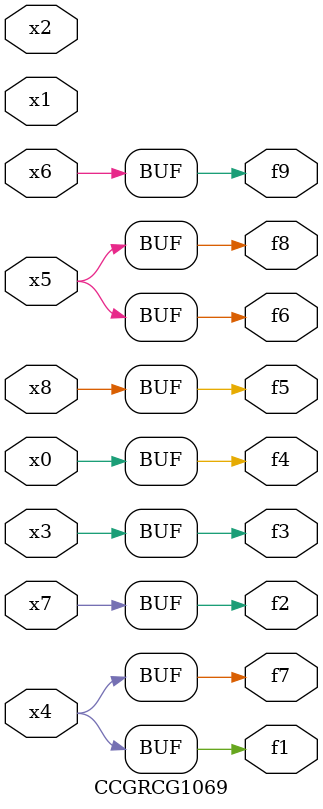
<source format=v>
module CCGRCG1069(
	input x0, x1, x2, x3, x4, x5, x6, x7, x8,
	output f1, f2, f3, f4, f5, f6, f7, f8, f9
);
	assign f1 = x4;
	assign f2 = x7;
	assign f3 = x3;
	assign f4 = x0;
	assign f5 = x8;
	assign f6 = x5;
	assign f7 = x4;
	assign f8 = x5;
	assign f9 = x6;
endmodule

</source>
